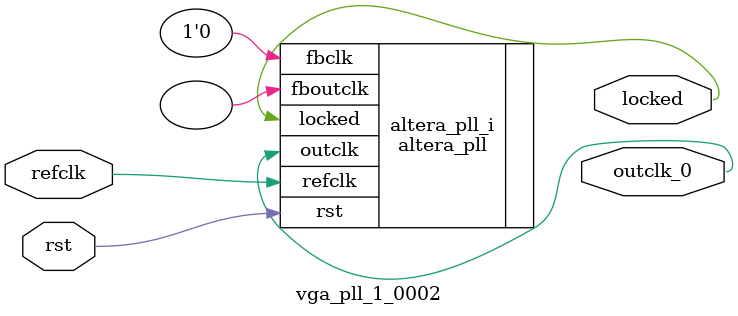
<source format=v>
`timescale 1ns/10ps
module  vga_pll_1_0002(

	// interface 'refclk'
	input wire refclk,

	// interface 'reset'
	input wire rst,

	// interface 'outclk0'
	output wire outclk_0,

	// interface 'locked'
	output wire locked
);

	altera_pll #(
		.fractional_vco_multiplier("false"),
		.reference_clock_frequency("50.0 MHz"),
		.operation_mode("direct"),
		.number_of_clocks(1),
		.output_clock_frequency0("1.171875 MHz"),
		.phase_shift0("0 ps"),
		.duty_cycle0(50),
		.output_clock_frequency1("0 MHz"),
		.phase_shift1("0 ps"),
		.duty_cycle1(50),
		.output_clock_frequency2("0 MHz"),
		.phase_shift2("0 ps"),
		.duty_cycle2(50),
		.output_clock_frequency3("0 MHz"),
		.phase_shift3("0 ps"),
		.duty_cycle3(50),
		.output_clock_frequency4("0 MHz"),
		.phase_shift4("0 ps"),
		.duty_cycle4(50),
		.output_clock_frequency5("0 MHz"),
		.phase_shift5("0 ps"),
		.duty_cycle5(50),
		.output_clock_frequency6("0 MHz"),
		.phase_shift6("0 ps"),
		.duty_cycle6(50),
		.output_clock_frequency7("0 MHz"),
		.phase_shift7("0 ps"),
		.duty_cycle7(50),
		.output_clock_frequency8("0 MHz"),
		.phase_shift8("0 ps"),
		.duty_cycle8(50),
		.output_clock_frequency9("0 MHz"),
		.phase_shift9("0 ps"),
		.duty_cycle9(50),
		.output_clock_frequency10("0 MHz"),
		.phase_shift10("0 ps"),
		.duty_cycle10(50),
		.output_clock_frequency11("0 MHz"),
		.phase_shift11("0 ps"),
		.duty_cycle11(50),
		.output_clock_frequency12("0 MHz"),
		.phase_shift12("0 ps"),
		.duty_cycle12(50),
		.output_clock_frequency13("0 MHz"),
		.phase_shift13("0 ps"),
		.duty_cycle13(50),
		.output_clock_frequency14("0 MHz"),
		.phase_shift14("0 ps"),
		.duty_cycle14(50),
		.output_clock_frequency15("0 MHz"),
		.phase_shift15("0 ps"),
		.duty_cycle15(50),
		.output_clock_frequency16("0 MHz"),
		.phase_shift16("0 ps"),
		.duty_cycle16(50),
		.output_clock_frequency17("0 MHz"),
		.phase_shift17("0 ps"),
		.duty_cycle17(50),
		.pll_type("General"),
		.pll_subtype("General")
	) altera_pll_i (
		.rst	(rst),
		.outclk	({outclk_0}),
		.locked	(locked),
		.fboutclk	( ),
		.fbclk	(1'b0),
		.refclk	(refclk)
	);
endmodule


</source>
